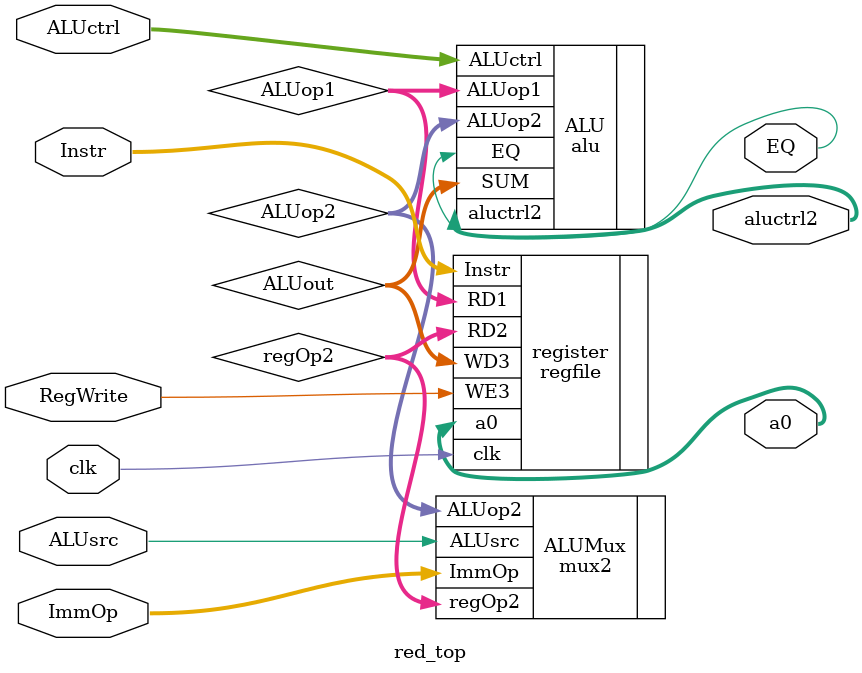
<source format=sv>
module red_top #(
    parameter DATA_WIDTH = 32 
)(
    input wire clk,
    input wire ALUsrc,
    input wire [2:0] ALUctrl,
    input wire [DATA_WIDTH-1:0] Instr,
    input wire RegWrite,
    input wire [DATA_WIDTH-1:0] ImmOp,
    output wire EQ,
            output logic [2:0] aluctrl2,

    output wire [DATA_WIDTH-1:0] a0
);

wire [DATA_WIDTH-1:0] ALUout;
wire [DATA_WIDTH-1:0] ALUop1;
wire [DATA_WIDTH-1:0] ALUop2;
wire [DATA_WIDTH-1:0] regOp2;

regfile register(
    .clk(clk),
    .Instr(Instr),
    .WE3(RegWrite),
    .WD3(ALUout),
    .RD1(ALUop1),
    .RD2(regOp2),
    .a0(a0)
);

mux2 ALUMux(
    .ALUsrc(ALUsrc),
    .regOp2(regOp2),
    .ImmOp(ImmOp),
    .ALUop2(ALUop2)
);

alu ALU(
    .ALUctrl(ALUctrl),
    .ALUop1(ALUop1),
    .ALUop2(ALUop2),
    .SUM(ALUout),
    .aluctrl2(aluctrl2),
    .EQ(EQ)
);

endmodule

</source>
